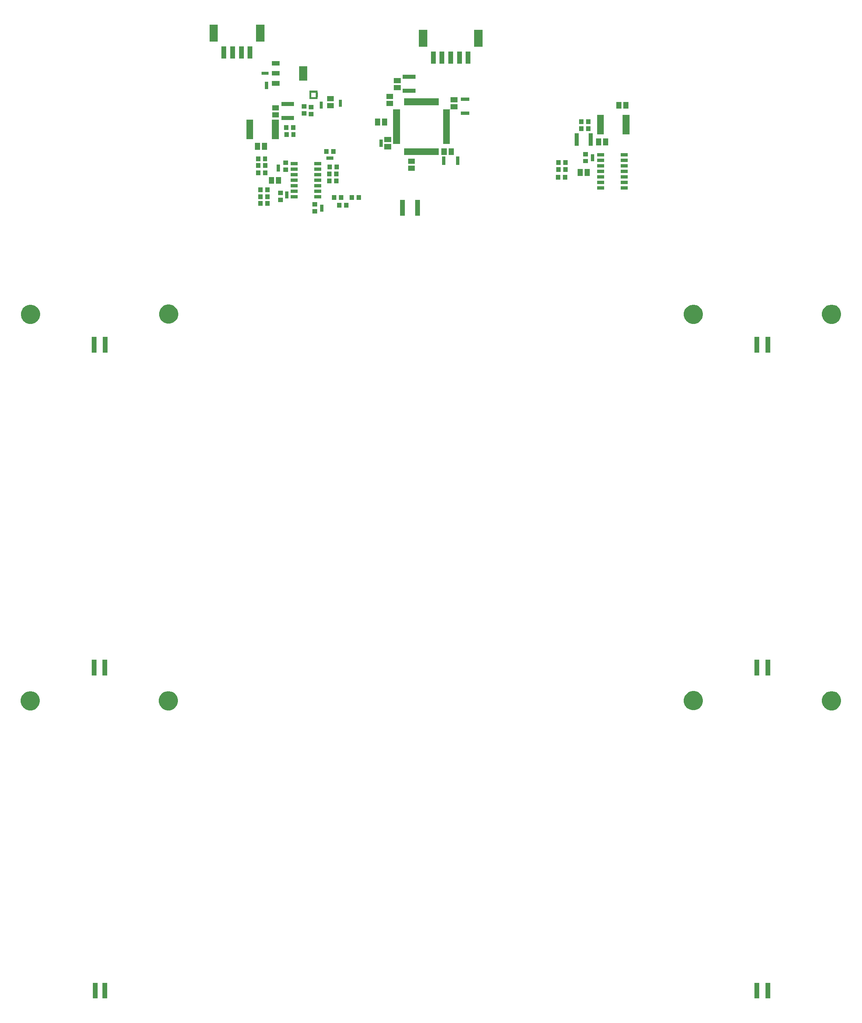
<source format=gbr>
G04 #@! TF.GenerationSoftware,KiCad,Pcbnew,5.1.4-e60b266~84~ubuntu19.04.1*
G04 #@! TF.CreationDate,2019-10-22T08:35:31-04:00*
G04 #@! TF.ProjectId,Forward_acceleration_board,466f7277-6172-4645-9f61-6363656c6572,rev?*
G04 #@! TF.SameCoordinates,Original*
G04 #@! TF.FileFunction,Soldermask,Top*
G04 #@! TF.FilePolarity,Negative*
%FSLAX46Y46*%
G04 Gerber Fmt 4.6, Leading zero omitted, Abs format (unit mm)*
G04 Created by KiCad (PCBNEW 5.1.4-e60b266~84~ubuntu19.04.1) date 2019-10-22 08:35:31*
%MOMM*%
%LPD*%
G04 APERTURE LIST*
%ADD10C,0.100000*%
G04 APERTURE END LIST*
D10*
G36*
X262191000Y-259491000D02*
G01*
X261089000Y-259491000D01*
X261089000Y-255889000D01*
X262191000Y-255889000D01*
X262191000Y-259491000D01*
X262191000Y-259491000D01*
G37*
G36*
X259651000Y-259491000D02*
G01*
X258549000Y-259491000D01*
X258549000Y-255889000D01*
X259651000Y-255889000D01*
X259651000Y-259491000D01*
X259651000Y-259491000D01*
G37*
G36*
X107531000Y-259491000D02*
G01*
X106429000Y-259491000D01*
X106429000Y-255889000D01*
X107531000Y-255889000D01*
X107531000Y-259491000D01*
X107531000Y-259491000D01*
G37*
G36*
X109801000Y-259491000D02*
G01*
X108699000Y-259491000D01*
X108699000Y-255889000D01*
X109801000Y-255889000D01*
X109801000Y-259491000D01*
X109801000Y-259491000D01*
G37*
G36*
X92742007Y-188913582D02*
G01*
X93118423Y-189069499D01*
X93142565Y-189079499D01*
X93503056Y-189320371D01*
X93809629Y-189626944D01*
X94050501Y-189987435D01*
X94050502Y-189987437D01*
X94216418Y-190387993D01*
X94301000Y-190813219D01*
X94301000Y-191246781D01*
X94216418Y-191672007D01*
X94058786Y-192052563D01*
X94050501Y-192072565D01*
X93809629Y-192433056D01*
X93503056Y-192739629D01*
X93142565Y-192980501D01*
X93142564Y-192980502D01*
X93142563Y-192980502D01*
X92742007Y-193146418D01*
X92316781Y-193231000D01*
X91883219Y-193231000D01*
X91457993Y-193146418D01*
X91057437Y-192980502D01*
X91057436Y-192980502D01*
X91057435Y-192980501D01*
X90696944Y-192739629D01*
X90390371Y-192433056D01*
X90149499Y-192072565D01*
X90141214Y-192052563D01*
X89983582Y-191672007D01*
X89899000Y-191246781D01*
X89899000Y-190813219D01*
X89983582Y-190387993D01*
X90149498Y-189987437D01*
X90149499Y-189987435D01*
X90390371Y-189626944D01*
X90696944Y-189320371D01*
X91057435Y-189079499D01*
X91081577Y-189069499D01*
X91457993Y-188913582D01*
X91883219Y-188829000D01*
X92316781Y-188829000D01*
X92742007Y-188913582D01*
X92742007Y-188913582D01*
G37*
G36*
X276892007Y-188903582D02*
G01*
X277268423Y-189059499D01*
X277292565Y-189069499D01*
X277653056Y-189310371D01*
X277959629Y-189616944D01*
X278200501Y-189977435D01*
X278200502Y-189977437D01*
X278366418Y-190377993D01*
X278451000Y-190803219D01*
X278451000Y-191236781D01*
X278366418Y-191662007D01*
X278362275Y-191672008D01*
X278200501Y-192062565D01*
X277959629Y-192423056D01*
X277653056Y-192729629D01*
X277292565Y-192970501D01*
X277292564Y-192970502D01*
X277292563Y-192970502D01*
X276892007Y-193136418D01*
X276466781Y-193221000D01*
X276033219Y-193221000D01*
X275607993Y-193136418D01*
X275207437Y-192970502D01*
X275207436Y-192970502D01*
X275207435Y-192970501D01*
X274846944Y-192729629D01*
X274540371Y-192423056D01*
X274299499Y-192062565D01*
X274137725Y-191672008D01*
X274133582Y-191662007D01*
X274049000Y-191236781D01*
X274049000Y-190803219D01*
X274133582Y-190377993D01*
X274299498Y-189977437D01*
X274299499Y-189977435D01*
X274540371Y-189616944D01*
X274846944Y-189310371D01*
X275207435Y-189069499D01*
X275231577Y-189059499D01*
X275607993Y-188903582D01*
X276033219Y-188819000D01*
X276466781Y-188819000D01*
X276892007Y-188903582D01*
X276892007Y-188903582D01*
G37*
G36*
X124472007Y-188903582D02*
G01*
X124848423Y-189059499D01*
X124872565Y-189069499D01*
X125233056Y-189310371D01*
X125539629Y-189616944D01*
X125780501Y-189977435D01*
X125780502Y-189977437D01*
X125946418Y-190377993D01*
X126031000Y-190803219D01*
X126031000Y-191236781D01*
X125946418Y-191662007D01*
X125942275Y-191672008D01*
X125780501Y-192062565D01*
X125539629Y-192423056D01*
X125233056Y-192729629D01*
X124872565Y-192970501D01*
X124872564Y-192970502D01*
X124872563Y-192970502D01*
X124472007Y-193136418D01*
X124046781Y-193221000D01*
X123613219Y-193221000D01*
X123187993Y-193136418D01*
X122787437Y-192970502D01*
X122787436Y-192970502D01*
X122787435Y-192970501D01*
X122426944Y-192729629D01*
X122120371Y-192423056D01*
X121879499Y-192062565D01*
X121717725Y-191672008D01*
X121713582Y-191662007D01*
X121629000Y-191236781D01*
X121629000Y-190803219D01*
X121713582Y-190377993D01*
X121879498Y-189977437D01*
X121879499Y-189977435D01*
X122120371Y-189616944D01*
X122426944Y-189310371D01*
X122787435Y-189069499D01*
X122811577Y-189059499D01*
X123187993Y-188903582D01*
X123613219Y-188819000D01*
X124046781Y-188819000D01*
X124472007Y-188903582D01*
X124472007Y-188903582D01*
G37*
G36*
X245142007Y-188893582D02*
G01*
X245542563Y-189059498D01*
X245542565Y-189059499D01*
X245903056Y-189300371D01*
X246209629Y-189606944D01*
X246222993Y-189626945D01*
X246450502Y-189967437D01*
X246616418Y-190367993D01*
X246701000Y-190793219D01*
X246701000Y-191226781D01*
X246616418Y-191652007D01*
X246608133Y-191672008D01*
X246450501Y-192052565D01*
X246209629Y-192413056D01*
X245903056Y-192719629D01*
X245542565Y-192960501D01*
X245542564Y-192960502D01*
X245542563Y-192960502D01*
X245142007Y-193126418D01*
X244716781Y-193211000D01*
X244283219Y-193211000D01*
X243857993Y-193126418D01*
X243457437Y-192960502D01*
X243457436Y-192960502D01*
X243457435Y-192960501D01*
X243096944Y-192719629D01*
X242790371Y-192413056D01*
X242549499Y-192052565D01*
X242391867Y-191672008D01*
X242383582Y-191652007D01*
X242299000Y-191226781D01*
X242299000Y-190793219D01*
X242383582Y-190367993D01*
X242549498Y-189967437D01*
X242777007Y-189626945D01*
X242790371Y-189606944D01*
X243096944Y-189300371D01*
X243457435Y-189059499D01*
X243457437Y-189059498D01*
X243857993Y-188893582D01*
X244283219Y-188809000D01*
X244716781Y-188809000D01*
X245142007Y-188893582D01*
X245142007Y-188893582D01*
G37*
G36*
X107276000Y-185211000D02*
G01*
X106174000Y-185211000D01*
X106174000Y-181609000D01*
X107276000Y-181609000D01*
X107276000Y-185211000D01*
X107276000Y-185211000D01*
G37*
G36*
X259651000Y-185211000D02*
G01*
X258549000Y-185211000D01*
X258549000Y-181609000D01*
X259651000Y-181609000D01*
X259651000Y-185211000D01*
X259651000Y-185211000D01*
G37*
G36*
X109801000Y-185211000D02*
G01*
X108699000Y-185211000D01*
X108699000Y-181609000D01*
X109801000Y-181609000D01*
X109801000Y-185211000D01*
X109801000Y-185211000D01*
G37*
G36*
X262191000Y-185211000D02*
G01*
X261089000Y-185211000D01*
X261089000Y-181609000D01*
X262191000Y-181609000D01*
X262191000Y-185211000D01*
X262191000Y-185211000D01*
G37*
G36*
X259651000Y-110931000D02*
G01*
X258549000Y-110931000D01*
X258549000Y-107329000D01*
X259651000Y-107329000D01*
X259651000Y-110931000D01*
X259651000Y-110931000D01*
G37*
G36*
X262191000Y-110931000D02*
G01*
X261089000Y-110931000D01*
X261089000Y-107329000D01*
X262191000Y-107329000D01*
X262191000Y-110931000D01*
X262191000Y-110931000D01*
G37*
G36*
X107311000Y-110931000D02*
G01*
X106209000Y-110931000D01*
X106209000Y-107329000D01*
X107311000Y-107329000D01*
X107311000Y-110931000D01*
X107311000Y-110931000D01*
G37*
G36*
X109851000Y-110931000D02*
G01*
X108749000Y-110931000D01*
X108749000Y-107329000D01*
X109851000Y-107329000D01*
X109851000Y-110931000D01*
X109851000Y-110931000D01*
G37*
G36*
X92762007Y-100033582D02*
G01*
X93138423Y-100189499D01*
X93162565Y-100199499D01*
X93523056Y-100440371D01*
X93829629Y-100746944D01*
X94070501Y-101107435D01*
X94070502Y-101107437D01*
X94236418Y-101507993D01*
X94321000Y-101933219D01*
X94321000Y-102366781D01*
X94236418Y-102792007D01*
X94074644Y-103182563D01*
X94070501Y-103192565D01*
X93829629Y-103553056D01*
X93523056Y-103859629D01*
X93162565Y-104100501D01*
X93162564Y-104100502D01*
X93162563Y-104100502D01*
X92762007Y-104266418D01*
X92336781Y-104351000D01*
X91903219Y-104351000D01*
X91477993Y-104266418D01*
X91077437Y-104100502D01*
X91077436Y-104100502D01*
X91077435Y-104100501D01*
X90716944Y-103859629D01*
X90410371Y-103553056D01*
X90169499Y-103192565D01*
X90165356Y-103182563D01*
X90003582Y-102792007D01*
X89919000Y-102366781D01*
X89919000Y-101933219D01*
X90003582Y-101507993D01*
X90169498Y-101107437D01*
X90169499Y-101107435D01*
X90410371Y-100746944D01*
X90716944Y-100440371D01*
X91077435Y-100199499D01*
X91101577Y-100189499D01*
X91477993Y-100033582D01*
X91903219Y-99949000D01*
X92336781Y-99949000D01*
X92762007Y-100033582D01*
X92762007Y-100033582D01*
G37*
G36*
X245142007Y-100023582D02*
G01*
X245494281Y-100169499D01*
X245542565Y-100189499D01*
X245903056Y-100430371D01*
X246209629Y-100736944D01*
X246450501Y-101097435D01*
X246450502Y-101097437D01*
X246616418Y-101497993D01*
X246701000Y-101923219D01*
X246701000Y-102356781D01*
X246616418Y-102782007D01*
X246467070Y-103142565D01*
X246450501Y-103182565D01*
X246209629Y-103543056D01*
X245903056Y-103849629D01*
X245542565Y-104090501D01*
X245542564Y-104090502D01*
X245542563Y-104090502D01*
X245142007Y-104256418D01*
X244716781Y-104341000D01*
X244283219Y-104341000D01*
X243857993Y-104256418D01*
X243457437Y-104090502D01*
X243457436Y-104090502D01*
X243457435Y-104090501D01*
X243096944Y-103849629D01*
X242790371Y-103543056D01*
X242549499Y-103182565D01*
X242532930Y-103142565D01*
X242383582Y-102782007D01*
X242299000Y-102356781D01*
X242299000Y-101923219D01*
X242383582Y-101497993D01*
X242549498Y-101097437D01*
X242549499Y-101097435D01*
X242790371Y-100736944D01*
X243096944Y-100430371D01*
X243457435Y-100189499D01*
X243505719Y-100169499D01*
X243857993Y-100023582D01*
X244283219Y-99939000D01*
X244716781Y-99939000D01*
X245142007Y-100023582D01*
X245142007Y-100023582D01*
G37*
G36*
X276902007Y-100003582D02*
G01*
X277254281Y-100149499D01*
X277302565Y-100169499D01*
X277663056Y-100410371D01*
X277969629Y-100716944D01*
X278210501Y-101077435D01*
X278210502Y-101077437D01*
X278376418Y-101477993D01*
X278461000Y-101903219D01*
X278461000Y-102336781D01*
X278376418Y-102762007D01*
X278363991Y-102792008D01*
X278210501Y-103162565D01*
X277969629Y-103523056D01*
X277663056Y-103829629D01*
X277302565Y-104070501D01*
X277302564Y-104070502D01*
X277302563Y-104070502D01*
X276902007Y-104236418D01*
X276476781Y-104321000D01*
X276043219Y-104321000D01*
X275617993Y-104236418D01*
X275217437Y-104070502D01*
X275217436Y-104070502D01*
X275217435Y-104070501D01*
X274856944Y-103829629D01*
X274550371Y-103523056D01*
X274309499Y-103162565D01*
X274156009Y-102792008D01*
X274143582Y-102762007D01*
X274059000Y-102336781D01*
X274059000Y-101903219D01*
X274143582Y-101477993D01*
X274309498Y-101077437D01*
X274309499Y-101077435D01*
X274550371Y-100716944D01*
X274856944Y-100410371D01*
X275217435Y-100169499D01*
X275265719Y-100149499D01*
X275617993Y-100003582D01*
X276043219Y-99919000D01*
X276476781Y-99919000D01*
X276902007Y-100003582D01*
X276902007Y-100003582D01*
G37*
G36*
X124512007Y-99983582D02*
G01*
X124912563Y-100149498D01*
X124912565Y-100149499D01*
X125273056Y-100390371D01*
X125579629Y-100696944D01*
X125820501Y-101057435D01*
X125820502Y-101057437D01*
X125986418Y-101457993D01*
X126071000Y-101883219D01*
X126071000Y-102316781D01*
X125986418Y-102742007D01*
X125820502Y-103142563D01*
X125820501Y-103142565D01*
X125579629Y-103503056D01*
X125273056Y-103809629D01*
X124912565Y-104050501D01*
X124912564Y-104050502D01*
X124912563Y-104050502D01*
X124512007Y-104216418D01*
X124086781Y-104301000D01*
X123653219Y-104301000D01*
X123227993Y-104216418D01*
X122827437Y-104050502D01*
X122827436Y-104050502D01*
X122827435Y-104050501D01*
X122466944Y-103809629D01*
X122160371Y-103503056D01*
X121919499Y-103142565D01*
X121919498Y-103142563D01*
X121753582Y-102742007D01*
X121669000Y-102316781D01*
X121669000Y-101883219D01*
X121753582Y-101457993D01*
X121919498Y-101057437D01*
X121919499Y-101057435D01*
X122160371Y-100696944D01*
X122466944Y-100390371D01*
X122827435Y-100149499D01*
X122827437Y-100149498D01*
X123227993Y-99983582D01*
X123653219Y-99899000D01*
X124086781Y-99899000D01*
X124512007Y-99983582D01*
X124512007Y-99983582D01*
G37*
G36*
X181651000Y-79451000D02*
G01*
X180549000Y-79451000D01*
X180549000Y-75849000D01*
X181651000Y-75849000D01*
X181651000Y-79451000D01*
X181651000Y-79451000D01*
G37*
G36*
X178201000Y-79451000D02*
G01*
X177099000Y-79451000D01*
X177099000Y-75849000D01*
X178201000Y-75849000D01*
X178201000Y-79451000D01*
X178201000Y-79451000D01*
G37*
G36*
X158026000Y-78951000D02*
G01*
X156924000Y-78951000D01*
X156924000Y-77949000D01*
X158026000Y-77949000D01*
X158026000Y-78951000D01*
X158026000Y-78951000D01*
G37*
G36*
X159461000Y-78511000D02*
G01*
X158739000Y-78511000D01*
X158739000Y-76889000D01*
X159461000Y-76889000D01*
X159461000Y-78511000D01*
X159461000Y-78511000D01*
G37*
G36*
X163601000Y-77576000D02*
G01*
X162599000Y-77576000D01*
X162599000Y-76474000D01*
X163601000Y-76474000D01*
X163601000Y-77576000D01*
X163601000Y-77576000D01*
G37*
G36*
X165201000Y-77576000D02*
G01*
X164199000Y-77576000D01*
X164199000Y-76474000D01*
X165201000Y-76474000D01*
X165201000Y-77576000D01*
X165201000Y-77576000D01*
G37*
G36*
X158026000Y-77351000D02*
G01*
X156924000Y-77351000D01*
X156924000Y-76349000D01*
X158026000Y-76349000D01*
X158026000Y-77351000D01*
X158026000Y-77351000D01*
G37*
G36*
X147126000Y-77226000D02*
G01*
X146124000Y-77226000D01*
X146124000Y-76124000D01*
X147126000Y-76124000D01*
X147126000Y-77226000D01*
X147126000Y-77226000D01*
G37*
G36*
X145526000Y-77226000D02*
G01*
X144524000Y-77226000D01*
X144524000Y-76124000D01*
X145526000Y-76124000D01*
X145526000Y-77226000D01*
X145526000Y-77226000D01*
G37*
G36*
X150121000Y-76341000D02*
G01*
X149019000Y-76341000D01*
X149019000Y-75339000D01*
X150121000Y-75339000D01*
X150121000Y-76341000D01*
X150121000Y-76341000D01*
G37*
G36*
X162459000Y-75817000D02*
G01*
X161457000Y-75817000D01*
X161457000Y-74715000D01*
X162459000Y-74715000D01*
X162459000Y-75817000D01*
X162459000Y-75817000D01*
G37*
G36*
X164059000Y-75817000D02*
G01*
X163057000Y-75817000D01*
X163057000Y-74715000D01*
X164059000Y-74715000D01*
X164059000Y-75817000D01*
X164059000Y-75817000D01*
G37*
G36*
X166523000Y-75817000D02*
G01*
X165521000Y-75817000D01*
X165521000Y-74715000D01*
X166523000Y-74715000D01*
X166523000Y-75817000D01*
X166523000Y-75817000D01*
G37*
G36*
X168123000Y-75817000D02*
G01*
X167121000Y-75817000D01*
X167121000Y-74715000D01*
X168123000Y-74715000D01*
X168123000Y-75817000D01*
X168123000Y-75817000D01*
G37*
G36*
X145501000Y-75626000D02*
G01*
X144499000Y-75626000D01*
X144499000Y-74524000D01*
X145501000Y-74524000D01*
X145501000Y-75626000D01*
X145501000Y-75626000D01*
G37*
G36*
X147101000Y-75626000D02*
G01*
X146099000Y-75626000D01*
X146099000Y-74524000D01*
X147101000Y-74524000D01*
X147101000Y-75626000D01*
X147101000Y-75626000D01*
G37*
G36*
X158926000Y-75511000D02*
G01*
X157324000Y-75511000D01*
X157324000Y-74759000D01*
X158926000Y-74759000D01*
X158926000Y-75511000D01*
X158926000Y-75511000D01*
G37*
G36*
X153526000Y-75511000D02*
G01*
X151924000Y-75511000D01*
X151924000Y-74759000D01*
X153526000Y-74759000D01*
X153526000Y-75511000D01*
X153526000Y-75511000D01*
G37*
G36*
X151411000Y-75511000D02*
G01*
X150689000Y-75511000D01*
X150689000Y-73889000D01*
X151411000Y-73889000D01*
X151411000Y-75511000D01*
X151411000Y-75511000D01*
G37*
G36*
X150121000Y-74741000D02*
G01*
X149019000Y-74741000D01*
X149019000Y-73739000D01*
X150121000Y-73739000D01*
X150121000Y-74741000D01*
X150121000Y-74741000D01*
G37*
G36*
X158926000Y-74241000D02*
G01*
X157324000Y-74241000D01*
X157324000Y-73489000D01*
X158926000Y-73489000D01*
X158926000Y-74241000D01*
X158926000Y-74241000D01*
G37*
G36*
X153526000Y-74241000D02*
G01*
X151924000Y-74241000D01*
X151924000Y-73489000D01*
X153526000Y-73489000D01*
X153526000Y-74241000D01*
X153526000Y-74241000D01*
G37*
G36*
X145526000Y-74026000D02*
G01*
X144524000Y-74026000D01*
X144524000Y-72924000D01*
X145526000Y-72924000D01*
X145526000Y-74026000D01*
X145526000Y-74026000D01*
G37*
G36*
X147126000Y-74026000D02*
G01*
X146124000Y-74026000D01*
X146124000Y-72924000D01*
X147126000Y-72924000D01*
X147126000Y-74026000D01*
X147126000Y-74026000D01*
G37*
G36*
X223984000Y-73490000D02*
G01*
X222382000Y-73490000D01*
X222382000Y-72738000D01*
X223984000Y-72738000D01*
X223984000Y-73490000D01*
X223984000Y-73490000D01*
G37*
G36*
X229384000Y-73490000D02*
G01*
X227782000Y-73490000D01*
X227782000Y-72738000D01*
X229384000Y-72738000D01*
X229384000Y-73490000D01*
X229384000Y-73490000D01*
G37*
G36*
X153526000Y-72971000D02*
G01*
X151924000Y-72971000D01*
X151924000Y-72219000D01*
X153526000Y-72219000D01*
X153526000Y-72971000D01*
X153526000Y-72971000D01*
G37*
G36*
X158926000Y-72971000D02*
G01*
X157324000Y-72971000D01*
X157324000Y-72219000D01*
X158926000Y-72219000D01*
X158926000Y-72971000D01*
X158926000Y-72971000D01*
G37*
G36*
X223984000Y-72220000D02*
G01*
X222382000Y-72220000D01*
X222382000Y-71468000D01*
X223984000Y-71468000D01*
X223984000Y-72220000D01*
X223984000Y-72220000D01*
G37*
G36*
X229384000Y-72220000D02*
G01*
X227782000Y-72220000D01*
X227782000Y-71468000D01*
X229384000Y-71468000D01*
X229384000Y-72220000D01*
X229384000Y-72220000D01*
G37*
G36*
X148141000Y-72136000D02*
G01*
X146939000Y-72136000D01*
X146939000Y-70564000D01*
X148141000Y-70564000D01*
X148141000Y-72136000D01*
X148141000Y-72136000D01*
G37*
G36*
X149761000Y-72136000D02*
G01*
X148559000Y-72136000D01*
X148559000Y-70564000D01*
X149761000Y-70564000D01*
X149761000Y-72136000D01*
X149761000Y-72136000D01*
G37*
G36*
X161351000Y-72001000D02*
G01*
X160349000Y-72001000D01*
X160349000Y-70899000D01*
X161351000Y-70899000D01*
X161351000Y-72001000D01*
X161351000Y-72001000D01*
G37*
G36*
X162951000Y-72001000D02*
G01*
X161949000Y-72001000D01*
X161949000Y-70899000D01*
X162951000Y-70899000D01*
X162951000Y-72001000D01*
X162951000Y-72001000D01*
G37*
G36*
X153526000Y-71701000D02*
G01*
X151924000Y-71701000D01*
X151924000Y-70949000D01*
X153526000Y-70949000D01*
X153526000Y-71701000D01*
X153526000Y-71701000D01*
G37*
G36*
X158926000Y-71701000D02*
G01*
X157324000Y-71701000D01*
X157324000Y-70949000D01*
X158926000Y-70949000D01*
X158926000Y-71701000D01*
X158926000Y-71701000D01*
G37*
G36*
X215501000Y-71151000D02*
G01*
X214499000Y-71151000D01*
X214499000Y-70049000D01*
X215501000Y-70049000D01*
X215501000Y-71151000D01*
X215501000Y-71151000D01*
G37*
G36*
X213901000Y-71151000D02*
G01*
X212899000Y-71151000D01*
X212899000Y-70049000D01*
X213901000Y-70049000D01*
X213901000Y-71151000D01*
X213901000Y-71151000D01*
G37*
G36*
X223984000Y-70950000D02*
G01*
X222382000Y-70950000D01*
X222382000Y-70198000D01*
X223984000Y-70198000D01*
X223984000Y-70950000D01*
X223984000Y-70950000D01*
G37*
G36*
X229384000Y-70950000D02*
G01*
X227782000Y-70950000D01*
X227782000Y-70198000D01*
X229384000Y-70198000D01*
X229384000Y-70950000D01*
X229384000Y-70950000D01*
G37*
G36*
X158926000Y-70431000D02*
G01*
X157324000Y-70431000D01*
X157324000Y-69679000D01*
X158926000Y-69679000D01*
X158926000Y-70431000D01*
X158926000Y-70431000D01*
G37*
G36*
X153526000Y-70431000D02*
G01*
X151924000Y-70431000D01*
X151924000Y-69679000D01*
X153526000Y-69679000D01*
X153526000Y-70431000D01*
X153526000Y-70431000D01*
G37*
G36*
X162951000Y-70376000D02*
G01*
X161949000Y-70376000D01*
X161949000Y-69274000D01*
X162951000Y-69274000D01*
X162951000Y-70376000D01*
X162951000Y-70376000D01*
G37*
G36*
X161351000Y-70376000D02*
G01*
X160349000Y-70376000D01*
X160349000Y-69274000D01*
X161351000Y-69274000D01*
X161351000Y-70376000D01*
X161351000Y-70376000D01*
G37*
G36*
X220686000Y-70286000D02*
G01*
X219484000Y-70286000D01*
X219484000Y-68714000D01*
X220686000Y-68714000D01*
X220686000Y-70286000D01*
X220686000Y-70286000D01*
G37*
G36*
X219066000Y-70286000D02*
G01*
X217864000Y-70286000D01*
X217864000Y-68714000D01*
X219066000Y-68714000D01*
X219066000Y-70286000D01*
X219066000Y-70286000D01*
G37*
G36*
X146601000Y-70151000D02*
G01*
X145599000Y-70151000D01*
X145599000Y-69049000D01*
X146601000Y-69049000D01*
X146601000Y-70151000D01*
X146601000Y-70151000D01*
G37*
G36*
X145001000Y-70151000D02*
G01*
X143999000Y-70151000D01*
X143999000Y-69049000D01*
X145001000Y-69049000D01*
X145001000Y-70151000D01*
X145001000Y-70151000D01*
G37*
G36*
X223984000Y-69680000D02*
G01*
X222382000Y-69680000D01*
X222382000Y-68928000D01*
X223984000Y-68928000D01*
X223984000Y-69680000D01*
X223984000Y-69680000D01*
G37*
G36*
X229384000Y-69680000D02*
G01*
X227782000Y-69680000D01*
X227782000Y-68928000D01*
X229384000Y-68928000D01*
X229384000Y-69680000D01*
X229384000Y-69680000D01*
G37*
G36*
X151351000Y-69401000D02*
G01*
X150249000Y-69401000D01*
X150249000Y-68399000D01*
X151351000Y-68399000D01*
X151351000Y-69401000D01*
X151351000Y-69401000D01*
G37*
G36*
X215596013Y-69375995D02*
G01*
X214594013Y-69375995D01*
X214594013Y-68273995D01*
X215596013Y-68273995D01*
X215596013Y-69375995D01*
X215596013Y-69375995D01*
G37*
G36*
X213996013Y-69375995D02*
G01*
X212994013Y-69375995D01*
X212994013Y-68273995D01*
X213996013Y-68273995D01*
X213996013Y-69375995D01*
X213996013Y-69375995D01*
G37*
G36*
X149461000Y-69286000D02*
G01*
X148739000Y-69286000D01*
X148739000Y-67664000D01*
X149461000Y-67664000D01*
X149461000Y-69286000D01*
X149461000Y-69286000D01*
G37*
G36*
X153526000Y-69161000D02*
G01*
X151924000Y-69161000D01*
X151924000Y-68409000D01*
X153526000Y-68409000D01*
X153526000Y-69161000D01*
X153526000Y-69161000D01*
G37*
G36*
X158926000Y-69161000D02*
G01*
X157324000Y-69161000D01*
X157324000Y-68409000D01*
X158926000Y-68409000D01*
X158926000Y-69161000D01*
X158926000Y-69161000D01*
G37*
G36*
X180486000Y-69136000D02*
G01*
X178914000Y-69136000D01*
X178914000Y-67934000D01*
X180486000Y-67934000D01*
X180486000Y-69136000D01*
X180486000Y-69136000D01*
G37*
G36*
X163001000Y-68776000D02*
G01*
X161999000Y-68776000D01*
X161999000Y-67674000D01*
X163001000Y-67674000D01*
X163001000Y-68776000D01*
X163001000Y-68776000D01*
G37*
G36*
X161401000Y-68776000D02*
G01*
X160399000Y-68776000D01*
X160399000Y-67674000D01*
X161401000Y-67674000D01*
X161401000Y-68776000D01*
X161401000Y-68776000D01*
G37*
G36*
X146576000Y-68501000D02*
G01*
X145574000Y-68501000D01*
X145574000Y-67399000D01*
X146576000Y-67399000D01*
X146576000Y-68501000D01*
X146576000Y-68501000D01*
G37*
G36*
X144976000Y-68501000D02*
G01*
X143974000Y-68501000D01*
X143974000Y-67399000D01*
X144976000Y-67399000D01*
X144976000Y-68501000D01*
X144976000Y-68501000D01*
G37*
G36*
X229384000Y-68410000D02*
G01*
X227782000Y-68410000D01*
X227782000Y-67658000D01*
X229384000Y-67658000D01*
X229384000Y-68410000D01*
X229384000Y-68410000D01*
G37*
G36*
X223984000Y-68410000D02*
G01*
X222382000Y-68410000D01*
X222382000Y-67658000D01*
X223984000Y-67658000D01*
X223984000Y-68410000D01*
X223984000Y-68410000D01*
G37*
G36*
X158926000Y-67891000D02*
G01*
X157324000Y-67891000D01*
X157324000Y-67139000D01*
X158926000Y-67139000D01*
X158926000Y-67891000D01*
X158926000Y-67891000D01*
G37*
G36*
X153526000Y-67891000D02*
G01*
X151924000Y-67891000D01*
X151924000Y-67139000D01*
X153526000Y-67139000D01*
X153526000Y-67891000D01*
X153526000Y-67891000D01*
G37*
G36*
X151351000Y-67801000D02*
G01*
X150249000Y-67801000D01*
X150249000Y-66799000D01*
X151351000Y-66799000D01*
X151351000Y-67801000D01*
X151351000Y-67801000D01*
G37*
G36*
X187483000Y-67763000D02*
G01*
X186761000Y-67763000D01*
X186761000Y-65841000D01*
X187483000Y-65841000D01*
X187483000Y-67763000D01*
X187483000Y-67763000D01*
G37*
G36*
X190683000Y-67763000D02*
G01*
X189961000Y-67763000D01*
X189961000Y-65841000D01*
X190683000Y-65841000D01*
X190683000Y-67763000D01*
X190683000Y-67763000D01*
G37*
G36*
X213976000Y-67751000D02*
G01*
X212974000Y-67751000D01*
X212974000Y-66649000D01*
X213976000Y-66649000D01*
X213976000Y-67751000D01*
X213976000Y-67751000D01*
G37*
G36*
X215576000Y-67751000D02*
G01*
X214574000Y-67751000D01*
X214574000Y-66649000D01*
X215576000Y-66649000D01*
X215576000Y-67751000D01*
X215576000Y-67751000D01*
G37*
G36*
X180486000Y-67516000D02*
G01*
X178914000Y-67516000D01*
X178914000Y-66314000D01*
X180486000Y-66314000D01*
X180486000Y-67516000D01*
X180486000Y-67516000D01*
G37*
G36*
X220276000Y-67401000D02*
G01*
X219174000Y-67401000D01*
X219174000Y-66399000D01*
X220276000Y-66399000D01*
X220276000Y-67401000D01*
X220276000Y-67401000D01*
G37*
G36*
X229384000Y-67140000D02*
G01*
X227782000Y-67140000D01*
X227782000Y-66388000D01*
X229384000Y-66388000D01*
X229384000Y-67140000D01*
X229384000Y-67140000D01*
G37*
G36*
X223984000Y-67140000D02*
G01*
X222382000Y-67140000D01*
X222382000Y-66388000D01*
X223984000Y-66388000D01*
X223984000Y-67140000D01*
X223984000Y-67140000D01*
G37*
G36*
X146551000Y-66926000D02*
G01*
X145549000Y-66926000D01*
X145549000Y-65824000D01*
X146551000Y-65824000D01*
X146551000Y-66926000D01*
X146551000Y-66926000D01*
G37*
G36*
X144951000Y-66926000D02*
G01*
X143949000Y-66926000D01*
X143949000Y-65824000D01*
X144951000Y-65824000D01*
X144951000Y-66926000D01*
X144951000Y-66926000D01*
G37*
G36*
X221661000Y-66911000D02*
G01*
X220939000Y-66911000D01*
X220939000Y-65289000D01*
X221661000Y-65289000D01*
X221661000Y-66911000D01*
X221661000Y-66911000D01*
G37*
G36*
X161776000Y-66561000D02*
G01*
X160154000Y-66561000D01*
X160154000Y-65839000D01*
X161776000Y-65839000D01*
X161776000Y-66561000D01*
X161776000Y-66561000D01*
G37*
G36*
X223984000Y-65870000D02*
G01*
X222382000Y-65870000D01*
X222382000Y-65118000D01*
X223984000Y-65118000D01*
X223984000Y-65870000D01*
X223984000Y-65870000D01*
G37*
G36*
X229384000Y-65870000D02*
G01*
X227782000Y-65870000D01*
X227782000Y-65118000D01*
X229384000Y-65118000D01*
X229384000Y-65870000D01*
X229384000Y-65870000D01*
G37*
G36*
X220276000Y-65801000D02*
G01*
X219174000Y-65801000D01*
X219174000Y-64799000D01*
X220276000Y-64799000D01*
X220276000Y-65801000D01*
X220276000Y-65801000D01*
G37*
G36*
X185946015Y-65517747D02*
G01*
X178044015Y-65517747D01*
X178044015Y-63940747D01*
X185946015Y-63940747D01*
X185946015Y-65517747D01*
X185946015Y-65517747D01*
G37*
G36*
X189417000Y-65515000D02*
G01*
X188215000Y-65515000D01*
X188215000Y-63943000D01*
X189417000Y-63943000D01*
X189417000Y-65515000D01*
X189417000Y-65515000D01*
G37*
G36*
X187797000Y-65515000D02*
G01*
X186595000Y-65515000D01*
X186595000Y-63943000D01*
X187797000Y-63943000D01*
X187797000Y-65515000D01*
X187797000Y-65515000D01*
G37*
G36*
X160626000Y-65251000D02*
G01*
X159624000Y-65251000D01*
X159624000Y-64149000D01*
X160626000Y-64149000D01*
X160626000Y-65251000D01*
X160626000Y-65251000D01*
G37*
G36*
X162226000Y-65251000D02*
G01*
X161224000Y-65251000D01*
X161224000Y-64149000D01*
X162226000Y-64149000D01*
X162226000Y-65251000D01*
X162226000Y-65251000D01*
G37*
G36*
X144891000Y-64286000D02*
G01*
X143689000Y-64286000D01*
X143689000Y-62714000D01*
X144891000Y-62714000D01*
X144891000Y-64286000D01*
X144891000Y-64286000D01*
G37*
G36*
X146511000Y-64286000D02*
G01*
X145309000Y-64286000D01*
X145309000Y-62714000D01*
X146511000Y-62714000D01*
X146511000Y-64286000D01*
X146511000Y-64286000D01*
G37*
G36*
X175030000Y-64197000D02*
G01*
X173458000Y-64197000D01*
X173458000Y-62995000D01*
X175030000Y-62995000D01*
X175030000Y-64197000D01*
X175030000Y-64197000D01*
G37*
G36*
X173081000Y-63597000D02*
G01*
X172359000Y-63597000D01*
X172359000Y-61975000D01*
X173081000Y-61975000D01*
X173081000Y-63597000D01*
X173081000Y-63597000D01*
G37*
G36*
X218131000Y-63386000D02*
G01*
X217219000Y-63386000D01*
X217219000Y-60464000D01*
X218131000Y-60464000D01*
X218131000Y-63386000D01*
X218131000Y-63386000D01*
G37*
G36*
X221331000Y-63386000D02*
G01*
X220419000Y-63386000D01*
X220419000Y-60464000D01*
X221331000Y-60464000D01*
X221331000Y-63386000D01*
X221331000Y-63386000D01*
G37*
G36*
X223326000Y-63261000D02*
G01*
X222124000Y-63261000D01*
X222124000Y-61689000D01*
X223326000Y-61689000D01*
X223326000Y-63261000D01*
X223326000Y-63261000D01*
G37*
G36*
X224946000Y-63261000D02*
G01*
X223744000Y-63261000D01*
X223744000Y-61689000D01*
X224946000Y-61689000D01*
X224946000Y-63261000D01*
X224946000Y-63261000D01*
G37*
G36*
X177045515Y-62942247D02*
G01*
X175468515Y-62942247D01*
X175468515Y-55040247D01*
X177045515Y-55040247D01*
X177045515Y-62942247D01*
X177045515Y-62942247D01*
G37*
G36*
X188558126Y-55041611D02*
G01*
X188542581Y-55060553D01*
X188531030Y-55082164D01*
X188523917Y-55105613D01*
X188521515Y-55129999D01*
X188521515Y-62942247D01*
X186944515Y-62942247D01*
X186944515Y-55040247D01*
X188559788Y-55040247D01*
X188558126Y-55041611D01*
X188558126Y-55041611D01*
G37*
G36*
X175030000Y-62577000D02*
G01*
X173458000Y-62577000D01*
X173458000Y-61375000D01*
X175030000Y-61375000D01*
X175030000Y-62577000D01*
X175030000Y-62577000D01*
G37*
G36*
X149201500Y-61851000D02*
G01*
X147624500Y-61851000D01*
X147624500Y-57399000D01*
X149201500Y-57399000D01*
X149201500Y-61851000D01*
X149201500Y-61851000D01*
G37*
G36*
X143325500Y-61851000D02*
G01*
X141748500Y-61851000D01*
X141748500Y-57399000D01*
X143325500Y-57399000D01*
X143325500Y-61851000D01*
X143325500Y-61851000D01*
G37*
G36*
X151476000Y-61326000D02*
G01*
X150474000Y-61326000D01*
X150474000Y-60224000D01*
X151476000Y-60224000D01*
X151476000Y-61326000D01*
X151476000Y-61326000D01*
G37*
G36*
X153076000Y-61326000D02*
G01*
X152074000Y-61326000D01*
X152074000Y-60224000D01*
X153076000Y-60224000D01*
X153076000Y-61326000D01*
X153076000Y-61326000D01*
G37*
G36*
X223925500Y-60751000D02*
G01*
X222348500Y-60751000D01*
X222348500Y-56299000D01*
X223925500Y-56299000D01*
X223925500Y-60751000D01*
X223925500Y-60751000D01*
G37*
G36*
X229801500Y-60751000D02*
G01*
X228224500Y-60751000D01*
X228224500Y-56299000D01*
X229801500Y-56299000D01*
X229801500Y-60751000D01*
X229801500Y-60751000D01*
G37*
G36*
X219251000Y-59976000D02*
G01*
X218249000Y-59976000D01*
X218249000Y-58874000D01*
X219251000Y-58874000D01*
X219251000Y-59976000D01*
X219251000Y-59976000D01*
G37*
G36*
X220851000Y-59976000D02*
G01*
X219849000Y-59976000D01*
X219849000Y-58874000D01*
X220851000Y-58874000D01*
X220851000Y-59976000D01*
X220851000Y-59976000D01*
G37*
G36*
X151441011Y-59745993D02*
G01*
X150439011Y-59745993D01*
X150439011Y-58643993D01*
X151441011Y-58643993D01*
X151441011Y-59745993D01*
X151441011Y-59745993D01*
G37*
G36*
X153041011Y-59745993D02*
G01*
X152039011Y-59745993D01*
X152039011Y-58643993D01*
X153041011Y-58643993D01*
X153041011Y-59745993D01*
X153041011Y-59745993D01*
G37*
G36*
X174131000Y-58698000D02*
G01*
X172929000Y-58698000D01*
X172929000Y-57126000D01*
X174131000Y-57126000D01*
X174131000Y-58698000D01*
X174131000Y-58698000D01*
G37*
G36*
X172511000Y-58698000D02*
G01*
X171309000Y-58698000D01*
X171309000Y-57126000D01*
X172511000Y-57126000D01*
X172511000Y-58698000D01*
X172511000Y-58698000D01*
G37*
G36*
X219251000Y-58401000D02*
G01*
X218249000Y-58401000D01*
X218249000Y-57299000D01*
X219251000Y-57299000D01*
X219251000Y-58401000D01*
X219251000Y-58401000D01*
G37*
G36*
X220851000Y-58401000D02*
G01*
X219849000Y-58401000D01*
X219849000Y-57299000D01*
X220851000Y-57299000D01*
X220851000Y-58401000D01*
X220851000Y-58401000D01*
G37*
G36*
X152711000Y-57456000D02*
G01*
X149789000Y-57456000D01*
X149789000Y-56544000D01*
X152711000Y-56544000D01*
X152711000Y-57456000D01*
X152711000Y-57456000D01*
G37*
G36*
X149261000Y-56861000D02*
G01*
X147689000Y-56861000D01*
X147689000Y-55659000D01*
X149261000Y-55659000D01*
X149261000Y-56861000D01*
X149261000Y-56861000D01*
G37*
G36*
X157201000Y-56576000D02*
G01*
X156099000Y-56576000D01*
X156099000Y-55574000D01*
X157201000Y-55574000D01*
X157201000Y-56576000D01*
X157201000Y-56576000D01*
G37*
G36*
X155601000Y-56401000D02*
G01*
X154499000Y-56401000D01*
X154499000Y-55399000D01*
X155601000Y-55399000D01*
X155601000Y-56401000D01*
X155601000Y-56401000D01*
G37*
G36*
X192985000Y-56241000D02*
G01*
X191063000Y-56241000D01*
X191063000Y-55519000D01*
X192985000Y-55519000D01*
X192985000Y-56241000D01*
X192985000Y-56241000D01*
G37*
G36*
X149261000Y-55241000D02*
G01*
X147689000Y-55241000D01*
X147689000Y-54039000D01*
X149261000Y-54039000D01*
X149261000Y-55241000D01*
X149261000Y-55241000D01*
G37*
G36*
X190270000Y-55005000D02*
G01*
X188659727Y-55005000D01*
X188661389Y-55003636D01*
X188676934Y-54984694D01*
X188688485Y-54963083D01*
X188695598Y-54939634D01*
X188698000Y-54915248D01*
X188698000Y-53803000D01*
X190270000Y-53803000D01*
X190270000Y-55005000D01*
X190270000Y-55005000D01*
G37*
G36*
X157201000Y-54976000D02*
G01*
X156099000Y-54976000D01*
X156099000Y-53974000D01*
X157201000Y-53974000D01*
X157201000Y-54976000D01*
X157201000Y-54976000D01*
G37*
G36*
X159336000Y-54861000D02*
G01*
X158614000Y-54861000D01*
X158614000Y-53239000D01*
X159336000Y-53239000D01*
X159336000Y-54861000D01*
X159336000Y-54861000D01*
G37*
G36*
X229580000Y-54850000D02*
G01*
X228378000Y-54850000D01*
X228378000Y-53278000D01*
X229580000Y-53278000D01*
X229580000Y-54850000D01*
X229580000Y-54850000D01*
G37*
G36*
X227960000Y-54850000D02*
G01*
X226758000Y-54850000D01*
X226758000Y-53278000D01*
X227960000Y-53278000D01*
X227960000Y-54850000D01*
X227960000Y-54850000D01*
G37*
G36*
X155601000Y-54801000D02*
G01*
X154499000Y-54801000D01*
X154499000Y-53799000D01*
X155601000Y-53799000D01*
X155601000Y-54801000D01*
X155601000Y-54801000D01*
G37*
G36*
X161861000Y-54736000D02*
G01*
X160289000Y-54736000D01*
X160289000Y-53534000D01*
X161861000Y-53534000D01*
X161861000Y-54736000D01*
X161861000Y-54736000D01*
G37*
G36*
X163711000Y-54426000D02*
G01*
X162989000Y-54426000D01*
X162989000Y-52804000D01*
X163711000Y-52804000D01*
X163711000Y-54426000D01*
X163711000Y-54426000D01*
G37*
G36*
X175486000Y-54261000D02*
G01*
X173914000Y-54261000D01*
X173914000Y-53059000D01*
X175486000Y-53059000D01*
X175486000Y-54261000D01*
X175486000Y-54261000D01*
G37*
G36*
X152711000Y-54256000D02*
G01*
X149789000Y-54256000D01*
X149789000Y-53344000D01*
X152711000Y-53344000D01*
X152711000Y-54256000D01*
X152711000Y-54256000D01*
G37*
G36*
X185946015Y-54041747D02*
G01*
X178044015Y-54041747D01*
X178044015Y-52464747D01*
X185946015Y-52464747D01*
X185946015Y-54041747D01*
X185946015Y-54041747D01*
G37*
G36*
X190270000Y-53385000D02*
G01*
X188698000Y-53385000D01*
X188698000Y-52183000D01*
X190270000Y-52183000D01*
X190270000Y-53385000D01*
X190270000Y-53385000D01*
G37*
G36*
X161861000Y-53116000D02*
G01*
X160289000Y-53116000D01*
X160289000Y-51914000D01*
X161861000Y-51914000D01*
X161861000Y-53116000D01*
X161861000Y-53116000D01*
G37*
G36*
X192985000Y-53041000D02*
G01*
X191063000Y-53041000D01*
X191063000Y-52319000D01*
X192985000Y-52319000D01*
X192985000Y-53041000D01*
X192985000Y-53041000D01*
G37*
G36*
X158151000Y-51099001D02*
G01*
X158153402Y-51123387D01*
X158160515Y-51146836D01*
X158172066Y-51168447D01*
X158176000Y-51173241D01*
X158176000Y-52176759D01*
X158172066Y-52181553D01*
X158160515Y-52203164D01*
X158153402Y-52226613D01*
X158151000Y-52250999D01*
X158151000Y-52651000D01*
X156249000Y-52651000D01*
X156249000Y-52250999D01*
X156246598Y-52226613D01*
X156239485Y-52203164D01*
X156227934Y-52181553D01*
X156224000Y-52176759D01*
X156224000Y-51275999D01*
X156676000Y-51275999D01*
X156676000Y-52074001D01*
X156678402Y-52098387D01*
X156685515Y-52121836D01*
X156697066Y-52143447D01*
X156712611Y-52162389D01*
X156731553Y-52177934D01*
X156753164Y-52189485D01*
X156776613Y-52196598D01*
X156800999Y-52199000D01*
X157599001Y-52199000D01*
X157623387Y-52196598D01*
X157646836Y-52189485D01*
X157668447Y-52177934D01*
X157687389Y-52162389D01*
X157702934Y-52143447D01*
X157714485Y-52121836D01*
X157721598Y-52098387D01*
X157724000Y-52074001D01*
X157724000Y-51275999D01*
X157721598Y-51251613D01*
X157714485Y-51228164D01*
X157702934Y-51206553D01*
X157687389Y-51187611D01*
X157668447Y-51172066D01*
X157646836Y-51160515D01*
X157623387Y-51153402D01*
X157599001Y-51151000D01*
X156800999Y-51151000D01*
X156776613Y-51153402D01*
X156753164Y-51160515D01*
X156731553Y-51172066D01*
X156712611Y-51187611D01*
X156697066Y-51206553D01*
X156685515Y-51228164D01*
X156678402Y-51251613D01*
X156676000Y-51275999D01*
X156224000Y-51275999D01*
X156224000Y-51173241D01*
X156227934Y-51168447D01*
X156239485Y-51146836D01*
X156246598Y-51123387D01*
X156249000Y-51099001D01*
X156249000Y-50699000D01*
X158151000Y-50699000D01*
X158151000Y-51099001D01*
X158151000Y-51099001D01*
G37*
G36*
X175486000Y-52641000D02*
G01*
X173914000Y-52641000D01*
X173914000Y-51439000D01*
X175486000Y-51439000D01*
X175486000Y-52641000D01*
X175486000Y-52641000D01*
G37*
G36*
X180624000Y-51151000D02*
G01*
X177702000Y-51151000D01*
X177702000Y-50239000D01*
X180624000Y-50239000D01*
X180624000Y-51151000D01*
X180624000Y-51151000D01*
G37*
G36*
X177224000Y-50631000D02*
G01*
X175652000Y-50631000D01*
X175652000Y-49429000D01*
X177224000Y-49429000D01*
X177224000Y-50631000D01*
X177224000Y-50631000D01*
G37*
G36*
X146736000Y-50311000D02*
G01*
X146014000Y-50311000D01*
X146014000Y-48689000D01*
X146736000Y-48689000D01*
X146736000Y-50311000D01*
X146736000Y-50311000D01*
G37*
G36*
X149426000Y-49551000D02*
G01*
X147574000Y-49551000D01*
X147574000Y-48499000D01*
X149426000Y-48499000D01*
X149426000Y-49551000D01*
X149426000Y-49551000D01*
G37*
G36*
X177224000Y-49011000D02*
G01*
X175652000Y-49011000D01*
X175652000Y-47809000D01*
X177224000Y-47809000D01*
X177224000Y-49011000D01*
X177224000Y-49011000D01*
G37*
G36*
X155726000Y-48376000D02*
G01*
X153874000Y-48376000D01*
X153874000Y-45074000D01*
X155726000Y-45074000D01*
X155726000Y-48376000D01*
X155726000Y-48376000D01*
G37*
G36*
X180624000Y-47951000D02*
G01*
X177702000Y-47951000D01*
X177702000Y-47039000D01*
X180624000Y-47039000D01*
X180624000Y-47951000D01*
X180624000Y-47951000D01*
G37*
G36*
X149426000Y-47251000D02*
G01*
X147574000Y-47251000D01*
X147574000Y-46199000D01*
X149426000Y-46199000D01*
X149426000Y-47251000D01*
X149426000Y-47251000D01*
G37*
G36*
X146871000Y-47061000D02*
G01*
X145249000Y-47061000D01*
X145249000Y-46339000D01*
X146871000Y-46339000D01*
X146871000Y-47061000D01*
X146871000Y-47061000D01*
G37*
G36*
X149426000Y-44951000D02*
G01*
X147574000Y-44951000D01*
X147574000Y-43899000D01*
X149426000Y-43899000D01*
X149426000Y-44951000D01*
X149426000Y-44951000D01*
G37*
G36*
X187273000Y-44501000D02*
G01*
X186171000Y-44501000D01*
X186171000Y-41699000D01*
X187273000Y-41699000D01*
X187273000Y-44501000D01*
X187273000Y-44501000D01*
G37*
G36*
X191273000Y-44501000D02*
G01*
X190171000Y-44501000D01*
X190171000Y-41699000D01*
X191273000Y-41699000D01*
X191273000Y-44501000D01*
X191273000Y-44501000D01*
G37*
G36*
X189273000Y-44501000D02*
G01*
X188171000Y-44501000D01*
X188171000Y-41699000D01*
X189273000Y-41699000D01*
X189273000Y-44501000D01*
X189273000Y-44501000D01*
G37*
G36*
X185273000Y-44501000D02*
G01*
X184171000Y-44501000D01*
X184171000Y-41699000D01*
X185273000Y-41699000D01*
X185273000Y-44501000D01*
X185273000Y-44501000D01*
G37*
G36*
X193273000Y-44501000D02*
G01*
X192171000Y-44501000D01*
X192171000Y-41699000D01*
X193273000Y-41699000D01*
X193273000Y-44501000D01*
X193273000Y-44501000D01*
G37*
G36*
X137151000Y-43301000D02*
G01*
X136049000Y-43301000D01*
X136049000Y-40499000D01*
X137151000Y-40499000D01*
X137151000Y-43301000D01*
X137151000Y-43301000D01*
G37*
G36*
X141151000Y-43301000D02*
G01*
X140049000Y-43301000D01*
X140049000Y-40499000D01*
X141151000Y-40499000D01*
X141151000Y-43301000D01*
X141151000Y-43301000D01*
G37*
G36*
X143151000Y-43301000D02*
G01*
X142049000Y-43301000D01*
X142049000Y-40499000D01*
X143151000Y-40499000D01*
X143151000Y-43301000D01*
X143151000Y-43301000D01*
G37*
G36*
X139151000Y-43301000D02*
G01*
X138049000Y-43301000D01*
X138049000Y-40499000D01*
X139151000Y-40499000D01*
X139151000Y-43301000D01*
X139151000Y-43301000D01*
G37*
G36*
X196023000Y-40601000D02*
G01*
X194121000Y-40601000D01*
X194121000Y-36699000D01*
X196023000Y-36699000D01*
X196023000Y-40601000D01*
X196023000Y-40601000D01*
G37*
G36*
X183323000Y-40601000D02*
G01*
X181421000Y-40601000D01*
X181421000Y-36699000D01*
X183323000Y-36699000D01*
X183323000Y-40601000D01*
X183323000Y-40601000D01*
G37*
G36*
X135201000Y-39401000D02*
G01*
X133299000Y-39401000D01*
X133299000Y-35499000D01*
X135201000Y-35499000D01*
X135201000Y-39401000D01*
X135201000Y-39401000D01*
G37*
G36*
X145901000Y-39401000D02*
G01*
X143999000Y-39401000D01*
X143999000Y-35499000D01*
X145901000Y-35499000D01*
X145901000Y-39401000D01*
X145901000Y-39401000D01*
G37*
M02*

</source>
